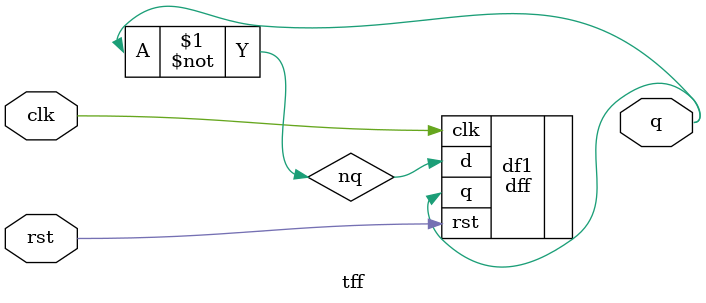
<source format=v>
module tff (
    output wire q,
    input wire clk,
    input wire rst
);
    wire nq;
    not n1(nq,q);
    dff df1(.q(q),.clk(clk),.rst(rst),.d(nq));  // d = ~q

endmodule


</source>
